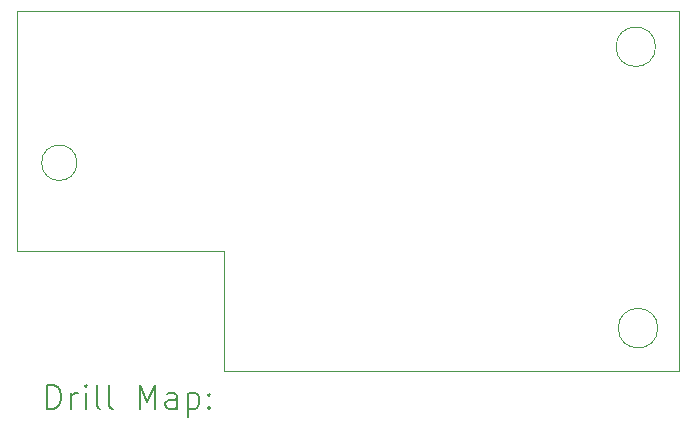
<source format=gbr>
%TF.GenerationSoftware,KiCad,Pcbnew,7.0.8*%
%TF.CreationDate,2025-06-05T10:18:14-04:00*%
%TF.ProjectId,happless,68617070-6c65-4737-932e-6b696361645f,rev?*%
%TF.SameCoordinates,Original*%
%TF.FileFunction,Drillmap*%
%TF.FilePolarity,Positive*%
%FSLAX45Y45*%
G04 Gerber Fmt 4.5, Leading zero omitted, Abs format (unit mm)*
G04 Created by KiCad (PCBNEW 7.0.8) date 2025-06-05 10:18:14*
%MOMM*%
%LPD*%
G01*
G04 APERTURE LIST*
%ADD10C,0.100000*%
%ADD11C,0.200000*%
G04 APERTURE END LIST*
D10*
X8837680Y-8165520D02*
G75*
G03*
X8837680Y-8165520I-150000J0D01*
G01*
X13934440Y-9931400D02*
X10083800Y-9931400D01*
X10083800Y-8915400D01*
X8336280Y-8915400D01*
X8331200Y-8910320D01*
X8331200Y-6878320D01*
X13934440Y-6878320D01*
X13934440Y-9931400D01*
X13755180Y-9565520D02*
G75*
G03*
X13755180Y-9565520I-167500J0D01*
G01*
X13736040Y-7183120D02*
G75*
G03*
X13736040Y-7183120I-167500J0D01*
G01*
D11*
X8586977Y-10247884D02*
X8586977Y-10047884D01*
X8586977Y-10047884D02*
X8634596Y-10047884D01*
X8634596Y-10047884D02*
X8663167Y-10057408D01*
X8663167Y-10057408D02*
X8682215Y-10076455D01*
X8682215Y-10076455D02*
X8691739Y-10095503D01*
X8691739Y-10095503D02*
X8701263Y-10133598D01*
X8701263Y-10133598D02*
X8701263Y-10162170D01*
X8701263Y-10162170D02*
X8691739Y-10200265D01*
X8691739Y-10200265D02*
X8682215Y-10219312D01*
X8682215Y-10219312D02*
X8663167Y-10238360D01*
X8663167Y-10238360D02*
X8634596Y-10247884D01*
X8634596Y-10247884D02*
X8586977Y-10247884D01*
X8786977Y-10247884D02*
X8786977Y-10114550D01*
X8786977Y-10152646D02*
X8796501Y-10133598D01*
X8796501Y-10133598D02*
X8806024Y-10124074D01*
X8806024Y-10124074D02*
X8825072Y-10114550D01*
X8825072Y-10114550D02*
X8844120Y-10114550D01*
X8910786Y-10247884D02*
X8910786Y-10114550D01*
X8910786Y-10047884D02*
X8901263Y-10057408D01*
X8901263Y-10057408D02*
X8910786Y-10066931D01*
X8910786Y-10066931D02*
X8920310Y-10057408D01*
X8920310Y-10057408D02*
X8910786Y-10047884D01*
X8910786Y-10047884D02*
X8910786Y-10066931D01*
X9034596Y-10247884D02*
X9015548Y-10238360D01*
X9015548Y-10238360D02*
X9006024Y-10219312D01*
X9006024Y-10219312D02*
X9006024Y-10047884D01*
X9139358Y-10247884D02*
X9120310Y-10238360D01*
X9120310Y-10238360D02*
X9110786Y-10219312D01*
X9110786Y-10219312D02*
X9110786Y-10047884D01*
X9367929Y-10247884D02*
X9367929Y-10047884D01*
X9367929Y-10047884D02*
X9434596Y-10190741D01*
X9434596Y-10190741D02*
X9501263Y-10047884D01*
X9501263Y-10047884D02*
X9501263Y-10247884D01*
X9682215Y-10247884D02*
X9682215Y-10143122D01*
X9682215Y-10143122D02*
X9672691Y-10124074D01*
X9672691Y-10124074D02*
X9653644Y-10114550D01*
X9653644Y-10114550D02*
X9615548Y-10114550D01*
X9615548Y-10114550D02*
X9596501Y-10124074D01*
X9682215Y-10238360D02*
X9663167Y-10247884D01*
X9663167Y-10247884D02*
X9615548Y-10247884D01*
X9615548Y-10247884D02*
X9596501Y-10238360D01*
X9596501Y-10238360D02*
X9586977Y-10219312D01*
X9586977Y-10219312D02*
X9586977Y-10200265D01*
X9586977Y-10200265D02*
X9596501Y-10181217D01*
X9596501Y-10181217D02*
X9615548Y-10171693D01*
X9615548Y-10171693D02*
X9663167Y-10171693D01*
X9663167Y-10171693D02*
X9682215Y-10162170D01*
X9777453Y-10114550D02*
X9777453Y-10314550D01*
X9777453Y-10124074D02*
X9796501Y-10114550D01*
X9796501Y-10114550D02*
X9834596Y-10114550D01*
X9834596Y-10114550D02*
X9853644Y-10124074D01*
X9853644Y-10124074D02*
X9863167Y-10133598D01*
X9863167Y-10133598D02*
X9872691Y-10152646D01*
X9872691Y-10152646D02*
X9872691Y-10209789D01*
X9872691Y-10209789D02*
X9863167Y-10228836D01*
X9863167Y-10228836D02*
X9853644Y-10238360D01*
X9853644Y-10238360D02*
X9834596Y-10247884D01*
X9834596Y-10247884D02*
X9796501Y-10247884D01*
X9796501Y-10247884D02*
X9777453Y-10238360D01*
X9958405Y-10228836D02*
X9967929Y-10238360D01*
X9967929Y-10238360D02*
X9958405Y-10247884D01*
X9958405Y-10247884D02*
X9948882Y-10238360D01*
X9948882Y-10238360D02*
X9958405Y-10228836D01*
X9958405Y-10228836D02*
X9958405Y-10247884D01*
X9958405Y-10124074D02*
X9967929Y-10133598D01*
X9967929Y-10133598D02*
X9958405Y-10143122D01*
X9958405Y-10143122D02*
X9948882Y-10133598D01*
X9948882Y-10133598D02*
X9958405Y-10124074D01*
X9958405Y-10124074D02*
X9958405Y-10143122D01*
M02*

</source>
